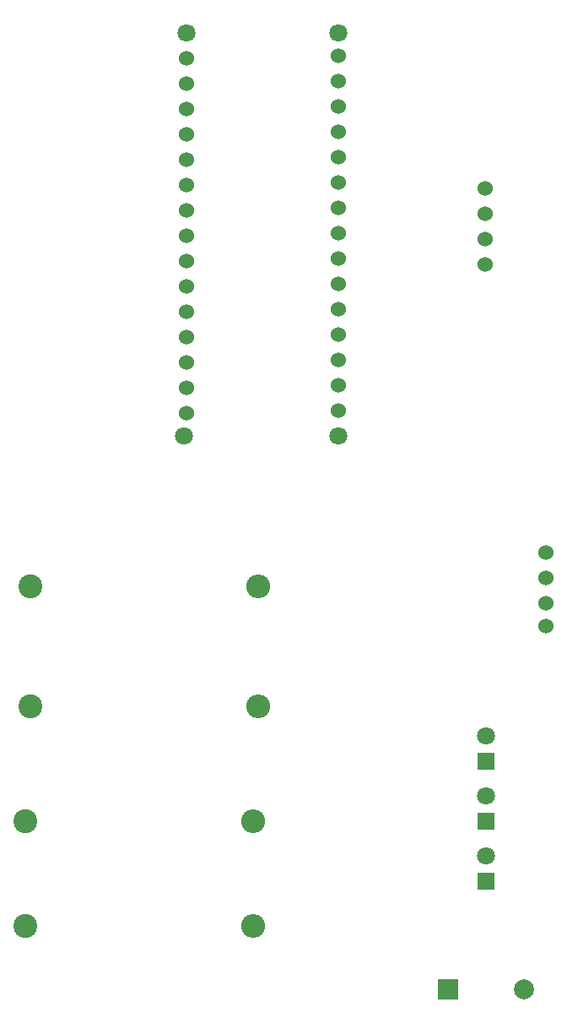
<source format=gbr>
%TF.GenerationSoftware,KiCad,Pcbnew,8.0.7*%
%TF.CreationDate,2024-12-23T22:20:46+05:30*%
%TF.ProjectId,PCB,5043422e-6b69-4636-9164-5f7063625858,rev?*%
%TF.SameCoordinates,Original*%
%TF.FileFunction,Soldermask,Top*%
%TF.FilePolarity,Negative*%
%FSLAX46Y46*%
G04 Gerber Fmt 4.6, Leading zero omitted, Abs format (unit mm)*
G04 Created by KiCad (PCBNEW 8.0.7) date 2024-12-23 22:20:46*
%MOMM*%
%LPD*%
G01*
G04 APERTURE LIST*
%ADD10C,1.524000*%
%ADD11R,1.800000X1.800000*%
%ADD12C,1.800000*%
%ADD13C,2.400000*%
%ADD14O,2.400000X2.400000*%
%ADD15R,2.000000X2.000000*%
%ADD16C,2.000000*%
G04 APERTURE END LIST*
D10*
%TO.C,U2*%
X169318000Y-105294000D03*
X169318000Y-103008000D03*
X169318000Y-100468000D03*
X169318000Y-97928000D03*
%TD*%
D11*
%TO.C,D1*%
X163281000Y-130892000D03*
D12*
X163281000Y-128352000D03*
%TD*%
D13*
%TO.C,R4*%
X117102000Y-135346000D03*
D14*
X139962000Y-135346000D03*
%TD*%
D10*
%TO.C,U3*%
X163190000Y-69048000D03*
X163190000Y-66508000D03*
X163190000Y-63968000D03*
X163190000Y-61428000D03*
%TD*%
D11*
%TO.C,D2*%
X163281000Y-124882000D03*
D12*
X163281000Y-122342000D03*
%TD*%
D11*
%TO.C,D3*%
X163281000Y-118872000D03*
D12*
X163281000Y-116332000D03*
%TD*%
D13*
%TO.C,R1*%
X117102000Y-124846000D03*
D14*
X139962000Y-124846000D03*
%TD*%
D13*
%TO.C,R3*%
X117602000Y-101346000D03*
D14*
X140462000Y-101346000D03*
%TD*%
D12*
%TO.C,U1*%
X133006000Y-86260000D03*
X133260000Y-45874000D03*
X148500000Y-45874000D03*
X148500000Y-86260000D03*
D10*
X133260000Y-48414000D03*
X133260000Y-50954000D03*
X133260000Y-53494000D03*
X133260000Y-56034000D03*
X133260000Y-58574000D03*
X133260000Y-61114000D03*
X133260000Y-63654000D03*
X133260000Y-66194000D03*
X133260000Y-68734000D03*
X133260000Y-71274000D03*
X133260000Y-73814000D03*
X133260000Y-76354000D03*
X133260000Y-78894000D03*
X133260000Y-81434000D03*
X133260000Y-83974000D03*
X148500000Y-48160000D03*
X148500000Y-50700000D03*
X148500000Y-53240000D03*
X148500000Y-55780000D03*
X148500000Y-58320000D03*
X148500000Y-60860000D03*
X148500000Y-63400000D03*
X148500000Y-65940000D03*
X148500000Y-68480000D03*
X148500000Y-71020000D03*
X148500000Y-73560000D03*
X148500000Y-76100000D03*
X148500000Y-78640000D03*
X148500000Y-81180000D03*
X148500000Y-83720000D03*
%TD*%
D15*
%TO.C,BZ1*%
X159522000Y-141732000D03*
D16*
X167122000Y-141732000D03*
%TD*%
D13*
%TO.C,R2*%
X117602000Y-113346000D03*
D14*
X140462000Y-113346000D03*
%TD*%
M02*

</source>
